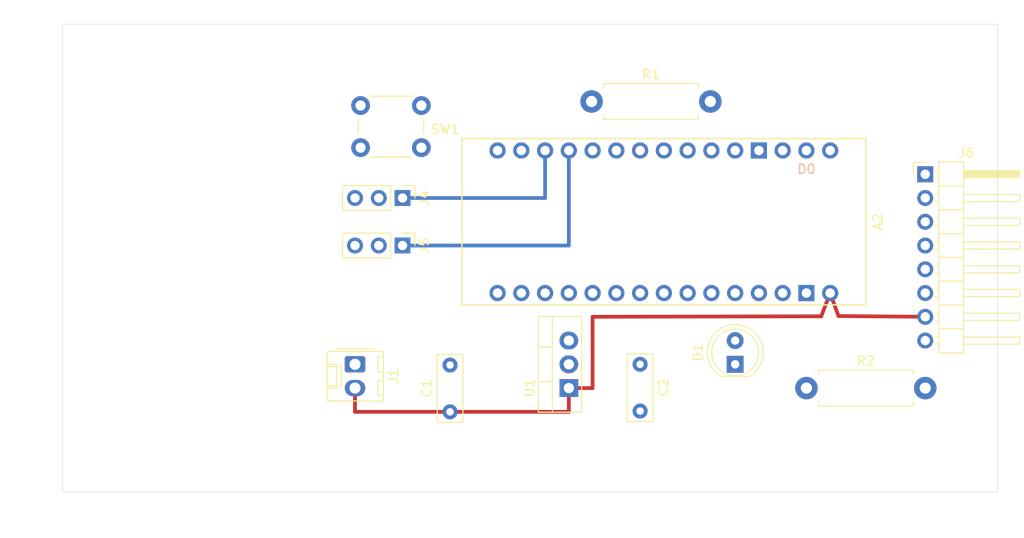
<source format=kicad_pcb>
(kicad_pcb (version 20241229) (generator "pcbnew") (generator_version "9.0")
  (layers (0 "F.Cu" signal) (4 "In1.Cu" signal) (6 "In2.Cu" signal) (8 "In3.Cu" signal) (10 "In4.Cu" signal) (12 "In5.Cu" signal) (14 "In6.Cu" signal) (16 "In7.Cu" signal) (18 "In8.Cu" signal) (20 "In9.Cu" signal) (22 "In10.Cu" signal) (2 "B.Cu" signal) (13 "F.Paste" user) (15 "B.Paste" user) (5 "F.SilkS" user "F.Silkscreen") (7 "B.SilkS" user "B.Silkscreen") (1 "F.Mask" user) (3 "B.Mask" user) (25 "Edge.Cuts" user))
  (net 0 "")
  (net 3 "/Sensor5")
  (net 4 "/PWM_IZQ")
  (net 8 "/Boton_encendido")
  (net 10 "/Sensor2")
  (net 11 "/Sensor6")
  (net 14 "GND")
  (net 18 "/Sensor3")
  (net 20 "Net-(D1-A)")
  (net 22 "/PWM_DER")
  (net 23 "/Sensor4")
  (net 24 "+5V")
  (net 25 "/Sensor1")
  (net 28 "VCC")
  (net 30 "/Salida Regulador")
  (net 31 "Net-(D1-K)")
  (footprint "Connector_Molex:Molex_KK-254_AE-6410-02A_1x02_P2.54mm_Vertical" (layer "F.Cu") (at 81.28 86.36 -90)
    (property "Reference" "J1" (at 1.27 -4.12 90) (layer "F.SilkS"))
    (property "Value" "Battery")
    (fp_line (start -1.38 2.99) (end 3.92 2.99) (stroke (width 0.12)) (layer "F.SilkS"))
    (fp_line (start 0 2.99) (end 0 1.99) (stroke (width 0.12)) (layer "F.SilkS"))
    (fp_line (start 0.25 2.99) (end 0.25 1.99) (stroke (width 0.12)) (layer "F.SilkS"))
    (fp_line (start 2.29 2.99) (end 2.29 1.99) (stroke (width 0.12)) (layer "F.SilkS"))
    (fp_line (start 3.92 2.99) (end 3.92 -3.03) (stroke (width 0.12)) (layer "F.SilkS"))
    (fp_line (start 0 1.99) (end 2.54 1.99) (stroke (width 0.12)) (layer "F.SilkS"))
    (fp_line (start 0 1.99) (end 0.25 1.46) (stroke (width 0.12)) (layer "F.SilkS"))
    (fp_line (start 2.54 1.99) (end 2.54 2.99) (stroke (width 0.12)) (layer "F.SilkS"))
    (fp_line (start 0.25 1.46) (end 2.29 1.46) (stroke (width 0.12)) (layer "F.SilkS"))
    (fp_line (start 2.29 1.46) (end 2.54 1.99) (stroke (width 0.12)) (layer "F.SilkS"))
    (fp_line (start -1.67 -2) (end -1.67 2) (stroke (width 0.12)) (layer "F.SilkS"))
    (fp_line (start -0.8 -2.43) (end 0.8 -2.43) (stroke (width 0.12)) (layer "F.SilkS"))
    (fp_line (start 0.8 -2.43) (end 0.8 -3.03) (stroke (width 0.12)) (layer "F.SilkS"))
    (fp_line (start 1.74 -2.43) (end 3.34 -2.43) (stroke (width 0.12)) (layer "F.SilkS"))
    (fp_line (start 3.34 -2.43) (end 3.34 -3.03) (stroke (width 0.12)) (layer "F.SilkS"))
    (fp_line (start -1.38 -3.03) (end -1.38 2.99) (stroke (width 0.12)) (layer "F.SilkS"))
    (fp_line (start -0.8 -3.03) (end -0.8 -2.43) (stroke (width 0.12)) (layer "F.SilkS"))
    (fp_line (start 1.74 -3.03) (end 1.74 -2.43) (stroke (width 0.12)) (layer "F.SilkS"))
    (fp_line (start 3.92 -3.03) (end -1.38 -3.03) (stroke (width 0.12)) (layer "F.SilkS"))
    (pad "1" thru_hole roundrect (at 0 0 270) (size 1.74 2.19) (drill 1.19) (layers "*.Cu" "*.Mask") (roundrect_rratio 0.143678) (net 14 "GND"))
    (pad "2" thru_hole oval (at 2.54 0 270) (size 1.74 2.19) (drill 1.19) (layers "*.Cu" "*.Mask") (net 28 "VCC"))
  )
  (footprint "Connector_PinHeader_2.54mm:PinHeader_1x03_P2.54mm_Vertical" (layer "F.Cu") (at 86.36 68.58 -90)
    (property "Reference" "J4" (at 0 -2.33 90) (layer "F.SilkS"))
    (property "Value" "Motor Izquierdo")
    (fp_line (start -1.33 6.41) (end 1.33 6.41) (stroke (width 0.12)) (layer "F.SilkS"))
    (fp_line (start -1.33 1.27) (end -1.33 6.41) (stroke (width 0.12)) (layer "F.SilkS"))
    (fp_line (start -1.33 1.27) (end 1.33 1.27) (stroke (width 0.12)) (layer "F.SilkS"))
    (fp_line (start 1.33 1.27) (end 1.33 6.41) (stroke (width 0.12)) (layer "F.SilkS"))
    (fp_line (start -1.33 0) (end -1.33 -1.33) (stroke (width 0.12)) (layer "F.SilkS"))
    (fp_line (start -1.33 -1.33) (end 0 -1.33) (stroke (width 0.12)) (layer "F.SilkS"))
    (pad "1" thru_hole rect (at 0 0 270) (size 1.7 1.7) (drill 1) (layers "*.Cu" "*.Mask") (net 4 "/PWM_IZQ"))
    (pad "2" thru_hole oval (at 0 2.54 270) (size 1.7 1.7) (drill 1) (layers "*.Cu" "*.Mask") (net 30 "/Salida Regulador"))
    (pad "3" thru_hole oval (at 0 5.08 270) (size 1.7 1.7) (drill 1) (layers "*.Cu" "*.Mask") (net 14 "GND"))
  )
  (footprint "PCM_arduino-library:Arduino_Nano_Socket" (layer "F.Cu") (at 92.71 71.12 -90)
    (property "Reference" "A2" (at 0 -44.45 90) (layer "F.SilkS"))
    (property "Value" "Arduino_Nano_Socket")
    (fp_line (start -8.89 0) (end 8.89 0) (stroke (width 0.15)) (layer "F.SilkS"))
    (fp_line (start -8.89 -43.18) (end -8.89 0) (stroke (width 0.15)) (layer "F.SilkS"))
    (fp_line (start -8.89 -43.18) (end 8.89 -43.18) (stroke (width 0.15)) (layer "F.SilkS"))
    (fp_line (start 8.89 -43.18) (end 8.89 0) (stroke (width 0.15)) (layer "F.SilkS"))
    (fp_text user "D0" (at -5.715 -36.83 180) (layer "F.SilkS"))
    (fp_text user "D0" (at -5.715 -36.83 180) (layer "B.SilkS") (effects (justify mirror)))
    (pad "" np_thru_hole circle (at -7.62 -41.91 270) (size 1.8 1.8) (drill 1.8) (layers "F&B.Cu" "*.Mask"))
    (pad "" np_thru_hole circle (at -7.62 -1.27 270) (size 1.8 1.8) (drill 1.8) (layers "F&B.Cu" "*.Mask"))
    (pad "" np_thru_hole circle (at 7.62 -41.91 270) (size 1.8 1.8) (drill 1.8) (layers "F&B.Cu" "*.Mask"))
    (pad "" np_thru_hole circle (at 7.62 -1.27 270) (size 1.8 1.8) (drill 1.8) (layers "F&B.Cu" "*.Mask"))
    (pad "3V3" thru_hole circle (at 7.62 -6.35 270) (size 1.7272 1.7272) (drill 1.016) (layers "*.Cu" "*.Mask"))
    (pad "5V" thru_hole circle (at 7.62 -31.75 270) (size 1.7272 1.7272) (drill 1.016) (layers "*.Cu" "*.Mask") (net 24 "+5V"))
    (pad "A0" thru_hole circle (at 7.62 -11.43 270) (size 1.7272 1.7272) (drill 1.016) (layers "*.Cu" "*.Mask"))
    (pad "A1" thru_hole circle (at 7.62 -13.97 270) (size 1.7272 1.7272) (drill 1.016) (layers "*.Cu" "*.Mask"))
    (pad "A2" thru_hole circle (at 7.62 -16.51 270) (size 1.7272 1.7272) (drill 1.016) (layers "*.Cu" "*.Mask"))
    (pad "A3" thru_hole circle (at 7.62 -19.05 270) (size 1.7272 1.7272) (drill 1.016) (layers "*.Cu" "*.Mask"))
    (pad "A4" thru_hole circle (at 7.62 -21.59 270) (size 1.7272 1.7272) (drill 1.016) (layers "*.Cu" "*.Mask"))
    (pad "A5" thru_hole circle (at 7.62 -24.13 270) (size 1.7272 1.7272) (drill 1.016) (layers "*.Cu" "*.Mask"))
    (pad "A6" thru_hole circle (at 7.62 -26.67 270) (size 1.7272 1.7272) (drill 1.016) (layers "*.Cu" "*.Mask"))
    (pad "A7" thru_hole circle (at 7.62 -29.21 270) (size 1.7272 1.7272) (drill 1.016) (layers "*.Cu" "*.Mask") (net 20 "Net-(D1-A)"))
    (pad "AREF" thru_hole circle (at 7.62 -8.89 270) (size 1.7272 1.7272) (drill 1.016) (layers "*.Cu" "*.Mask"))
    (pad "D0" thru_hole circle (at -7.62 -36.83 270) (size 1.7272 1.7272) (drill 1.016) (layers "*.Cu" "*.Mask"))
    (pad "D1" thru_hole circle (at -7.62 -39.37 270) (size 1.7272 1.7272) (drill 1.016) (layers "*.Cu" "*.Mask"))
    (pad "D2" thru_hole circle (at -7.62 -29.21 270) (size 1.7272 1.7272) (drill 1.016) (layers "*.Cu" "*.Mask") (net 11 "/Sensor6"))
    (pad "D3" thru_hole circle (at -7.62 -26.67 270) (size 1.7272 1.7272) (drill 1.016) (layers "*.Cu" "*.Mask") (net 3 "/Sensor5"))
    (pad "D4" thru_hole circle (at -7.62 -24.13 270) (size 1.7272 1.7272) (drill 1.016) (layers "*.Cu" "*.Mask") (net 23 "/Sensor4"))
    (pad "D5" thru_hole circle (at -7.62 -21.59 270) (size 1.7272 1.7272) (drill 1.016) (layers "*.Cu" "*.Mask") (net 18 "/Sensor3"))
    (pad "D6" thru_hole circle (at -7.62 -19.05 270) (size 1.7272 1.7272) (drill 1.016) (layers "*.Cu" "*.Mask") (net 10 "/Sensor2"))
    (pad "D7" thru_hole circle (at -7.62 -16.51 270) (size 1.7272 1.7272) (drill 1.016) (layers "*.Cu" "*.Mask") (net 25 "/Sensor1"))
    (pad "D8" thru_hole circle (at -7.62 -13.97 270) (size 1.7272 1.7272) (drill 1.016) (layers "*.Cu" "*.Mask") (net 8 "/Boton_encendido"))
    (pad "D9" thru_hole circle (at -7.62 -11.43 270) (size 1.7272 1.7272) (drill 1.016) (layers "*.Cu" "*.Mask") (net 22 "/PWM_DER"))
    (pad "D10" thru_hole circle (at -7.62 -8.89 270) (size 1.7272 1.7272) (drill 1.016) (layers "*.Cu" "*.Mask") (net 4 "/PWM_IZQ"))
    (pad "D11" thru_hole circle (at -7.62 -6.35 270) (size 1.7272 1.7272) (drill 1.016) (layers "*.Cu" "*.Mask"))
    (pad "D12" thru_hole circle (at -7.62 -3.81 270) (size 1.7272 1.7272) (drill 1.016) (layers "*.Cu" "*.Mask"))
    (pad "D13" thru_hole circle (at 7.62 -3.81 270) (size 1.7272 1.7272) (drill 1.016) (layers "*.Cu" "*.Mask"))
    (pad "GND1" thru_hole rect (at -7.62 -31.75 270) (size 1.7272 1.7272) (drill 1.016) (layers "*.Cu" "*.Mask") (net 14 "GND"))
    (pad "GND2" thru_hole rect (at 7.62 -36.83 270) (size 1.7272 1.7272) (drill 1.016) (layers "*.Cu" "*.Mask") (net 14 "GND"))
    (pad "RST1" thru_hole circle (at -7.62 -34.29 270) (size 1.7272 1.7272) (drill 1.016) (layers "*.Cu" "*.Mask"))
    (pad "RST2" thru_hole circle (at 7.62 -34.29 270) (size 1.7272 1.7272) (drill 1.016) (layers "*.Cu" "*.Mask"))
    (pad "VIN" thru_hole circle (at 7.62 -39.37 270) (size 1.7272 1.7272) (drill 1.016) (layers "*.Cu" "*.Mask") (net 28 "VCC"))
  )
  (footprint "LED_THT:LED_D5.0mm" (layer "F.Cu") (at 121.92 86.36 90)
    (property "Reference" "D1" (at 1.27 -3.96 90) (layer "F.SilkS"))
    (property "Value" "LED")
    (fp_line (start -1.29 -1.545) (end -1.29 1.545) (stroke (width 0.12)) (layer "F.SilkS"))
    (fp_arc (start -1.29 -1.54483) (mid 2.072002 -2.880433) (end 4.26 0.000462) (stroke (width 0.12)) (layer "F.SilkS"))
    (fp_arc (start 4.26 -0.000462) (mid 2.072002 2.880433) (end -1.29 1.54483) (stroke (width 0.12)) (layer "F.SilkS"))
    (fp_circle (center 1.27 0) (end 3.77 0) (stroke (width 0.12)) (fill no) (layer "F.SilkS"))
    (pad "1" thru_hole rect (at 0 0 90) (size 1.8 1.8) (drill 0.9) (layers "*.Cu" "*.Mask") (net 31 "Net-(D1-K)"))
    (pad "2" thru_hole circle (at 2.54 0 90) (size 1.8 1.8) (drill 0.9) (layers "*.Cu" "*.Mask") (net 20 "Net-(D1-A)"))
  )
  (footprint "Connector_PinHeader_2.54mm:PinHeader_1x03_P2.54mm_Vertical" (layer "F.Cu") (at 86.36 73.66 -90)
    (property "Reference" "J5" (at 0 -2.33 90) (layer "F.SilkS"))
    (property "Value" "Motor Derecho")
    (fp_line (start -1.33 6.41) (end 1.33 6.41) (stroke (width 0.12)) (layer "F.SilkS"))
    (fp_line (start -1.33 1.27) (end -1.33 6.41) (stroke (width 0.12)) (layer "F.SilkS"))
    (fp_line (start -1.33 1.27) (end 1.33 1.27) (stroke (width 0.12)) (layer "F.SilkS"))
    (fp_line (start 1.33 1.27) (end 1.33 6.41) (stroke (width 0.12)) (layer "F.SilkS"))
    (fp_line (start -1.33 0) (end -1.33 -1.33) (stroke (width 0.12)) (layer "F.SilkS"))
    (fp_line (start -1.33 -1.33) (end 0 -1.33) (stroke (width 0.12)) (layer "F.SilkS"))
    (pad "1" thru_hole rect (at 0 0 270) (size 1.7 1.7) (drill 1) (layers "*.Cu" "*.Mask") (net 22 "/PWM_DER"))
    (pad "2" thru_hole oval (at 0 2.54 270) (size 1.7 1.7) (drill 1) (layers "*.Cu" "*.Mask") (net 30 "/Salida Regulador"))
    (pad "3" thru_hole oval (at 0 5.08 270) (size 1.7 1.7) (drill 1) (layers "*.Cu" "*.Mask") (net 14 "GND"))
  )
  (footprint "Capacitor_THT:C_Disc_D7.0mm_W2.5mm_P5.00mm" (layer "F.Cu") (at 91.44 91.44 90)
    (property "Reference" "C1" (at 2.5 -2.5 90) (layer "F.SilkS"))
    (property "Value" "1u")
    (fp_line (start 6.12 -1.37) (end 6.12 1.37) (stroke (width 0.12)) (layer "F.SilkS"))
    (fp_line (start -1.12 -1.37) (end 6.12 -1.37) (stroke (width 0.12)) (layer "F.SilkS"))
    (fp_line (start -1.12 -1.37) (end -1.12 1.37) (stroke (width 0.12)) (layer "F.SilkS"))
    (fp_line (start -1.12 1.37) (end 6.12 1.37) (stroke (width 0.12)) (layer "F.SilkS"))
    (pad "1" thru_hole circle (at 0 0 90) (size 1.6 1.6) (drill 0.8) (layers "*.Cu" "*.Mask") (net 28 "VCC"))
    (pad "2" thru_hole circle (at 5 0 90) (size 1.6 1.6) (drill 0.8) (layers "*.Cu" "*.Mask") (net 14 "GND"))
  )
  (footprint "Connector_PinHeader_2.54mm:PinHeader_1x08_P2.54mm_Horizontal" (layer "F.Cu") (at 142.24 66.04)
    (property "Reference" "J6" (at 4.385 -2.27 0) (layer "F.SilkS"))
    (property "Value" "puerto sensores")
    (fp_line (start -1.27 -1.27) (end 0 -1.27) (stroke (width 0.12)) (layer "F.SilkS"))
    (fp_line (start -1.27 0) (end -1.27 -1.27) (stroke (width 0.12)) (layer "F.SilkS"))
    (fp_line (start 1.042929 2.16) (end 1.44 2.16) (stroke (width 0.12)) (layer "F.SilkS"))
    (fp_line (start 1.042929 2.92) (end 1.44 2.92) (stroke (width 0.12)) (layer "F.SilkS"))
    (fp_line (start 1.042929 4.7) (end 1.44 4.7) (stroke (width 0.12)) (layer "F.SilkS"))
    (fp_line (start 1.042929 5.46) (end 1.44 5.46) (stroke (width 0.12)) (layer "F.SilkS"))
    (fp_line (start 1.042929 7.24) (end 1.44 7.24) (stroke (width 0.12)) (layer "F.SilkS"))
    (fp_line (start 1.042929 8) (end 1.44 8) (stroke (width 0.12)) (layer "F.SilkS"))
    (fp_line (start 1.042929 9.78) (end 1.44 9.78) (stroke (width 0.12)) (layer "F.SilkS"))
    (fp_line (start 1.042929 10.54) (end 1.44 10.54) (stroke (width 0.12)) (layer "F.SilkS"))
    (fp_line (start 1.042929 12.32) (end 1.44 12.32) (stroke (width 0.12)) (layer "F.SilkS"))
    (fp_line (start 1.042929 13.08) (end 1.44 13.08) (stroke (width 0.12)) (layer "F.SilkS"))
    (fp_line (start 1.042929 14.86) (end 1.44 14.86) (stroke (width 0.12)) (layer "F.SilkS"))
    (fp_line (start 1.042929 15.62) (end 1.44 15.62) (stroke (width 0.12)) (layer "F.SilkS"))
    (fp_line (start 1.042929 17.4) (end 1.44 17.4) (stroke (width 0.12)) (layer "F.SilkS"))
    (fp_line (start 1.042929 18.16) (end 1.44 18.16) (stroke (width 0.12)) (layer "F.SilkS"))
    (fp_line (start 1.11 -0.38) (end 1.44 -0.38) (stroke (width 0.12)) (layer "F.SilkS"))
    (fp_line (start 1.11 0.38) (end 1.44 0.38) (stroke (width 0.12)) (layer "F.SilkS"))
    (fp_line (start 1.44 -1.33) (end 1.44 19.11) (stroke (width 0.12)) (layer "F.SilkS"))
    (fp_line (start 1.44 1.27) (end 4.1 1.27) (stroke (width 0.12)) (layer "F.SilkS"))
    (fp_line (start 1.44 3.81) (end 4.1 3.81) (stroke (width 0.12)) (layer "F.SilkS"))
    (fp_line (start 1.44 6.35) (end 4.1 6.35) (stroke (width 0.12)) (layer "F.SilkS"))
    (fp_line (start 1.44 8.89) (end 4.1 8.89) (stroke (width 0.12)) (layer "F.SilkS"))
    (fp_line (start 1.44 11.43) (end 4.1 11.43) (stroke (width 0.12)) (layer "F.SilkS"))
    (fp_line (start 1.44 13.97) (end 4.1 13.97) (stroke (width 0.12)) (layer "F.SilkS"))
    (fp_line (start 1.44 16.51) (end 4.1 16.51) (stroke (width 0.12)) (layer "F.SilkS"))
    (fp_line (start 1.44 19.11) (end 4.1 19.11) (stroke (width 0.12)) (layer "F.SilkS"))
    (fp_line (start 4.1 -1.33) (end 1.44 -1.33) (stroke (width 0.12)) (layer "F.SilkS"))
    (fp_line (start 4.1 -0.38) (end 10.1 -0.38) (stroke (width 0.12)) (layer "F.SilkS"))
    (fp_line (start 4.1 -0.32) (end 10.1 -0.32) (stroke (width 0.12)) (layer "F.SilkS"))
    (fp_line (start 4.1 -0.2) (end 10.1 -0.2) (stroke (width 0.12)) (layer "F.SilkS"))
    (fp_line (start 4.1 -0.08) (end 10.1 -0.08) (stroke (width 0.12)) (layer "F.SilkS"))
    (fp_line (start 4.1 0.04) (end 10.1 0.04) (stroke (width 0.12)) (layer "F.SilkS"))
    (fp_line (start 4.1 0.16) (end 10.1 0.16) (stroke (width 0.12)) (layer "F.SilkS"))
    (fp_line (start 4.1 0.28) (end 10.1 0.28) (stroke (width 0.12)) (layer "F.SilkS"))
    (fp_line (start 4.1 2.16) (end 10.1 2.16) (stroke (width 0.12)) (layer "F.SilkS"))
    (fp_line (start 4.1 4.7) (end 10.1 4.7) (stroke (width 0.12)) (layer "F.SilkS"))
    (fp_line (start 4.1 7.24) (end 10.1 7.24) (stroke (width 0.12)) (layer "F.SilkS"))
    (fp_line (start 4.1 9.78) (end 10.1 9.78) (stroke (width 0.12)) (layer "F.SilkS"))
    (fp_line (start 4.1 12.32) (end 10.1 12.32) (stroke (width 0.12)) (layer "F.SilkS"))
    (fp_line (start 4.1 14.86) (end 10.1 14.86) (stroke (width 0.12)) (layer "F.SilkS"))
    (fp_line (start 4.1 17.4) (end 10.1 17.4) (stroke (width 0.12)) (layer "F.SilkS"))
    (fp_line (start 4.1 19.11) (end 4.1 -1.33) (stroke (width 0.12)) (layer "F.SilkS"))
    (fp_line (start 10.1 -0.38) (end 10.1 0.38) (stroke (width 0.12)) (layer "F.SilkS"))
    (fp_line (start 10.1 0.38) (end 4.1 0.38) (stroke (width 0.12)) (layer "F.SilkS"))
    (fp_line (start 10.1 2.16) (end 10.1 2.92) (stroke (width 0.12)) (layer "F.SilkS"))
    (fp_line (start 10.1 2.92) (end 4.1 2.92) (stroke (width 0.12)) (layer "F.SilkS"))
    (fp_line (start 10.1 4.7) (end 10.1 5.46) (stroke (width 0.12)) (layer "F.SilkS"))
    (fp_line (start 10.1 5.46) (end 4.1 5.46) (stroke (width 0.12)) (layer "F.SilkS"))
    (fp_line (start 10.1 7.24) (end 10.1 8) (stroke (width 0.12)) (layer "F.SilkS"))
    (fp_line (start 10.1 8) (end 4.1 8) (stroke (width 0.12)) (layer "F.SilkS"))
    (fp_line (start 10.1 9.78) (end 10.1 10.54) (stroke (width 0.12)) (layer "F.SilkS"))
    (fp_line (start 10.1 10.54) (end 4.1 10.54) (stroke (width 0.12)) (layer "F.SilkS"))
    (fp_line (start 10.1 12.32) (end 10.1 13.08) (stroke (width 0.12)) (layer "F.SilkS"))
    (fp_line (start 10.1 13.08) (end 4.1 13.08) (stroke (width 0.12)) (layer "F.SilkS"))
    (fp_line (start 10.1 14.86) (end 10.1 15.62) (stroke (width 0.12)) (layer "F.SilkS"))
    (fp_line (start 10.1 15.62) (end 4.1 15.62) (stroke (width 0.12)) (layer "F.SilkS"))
    (fp_line (start 10.1 17.4) (end 10.1 18.16) (stroke (width 0.12)) (layer "F.SilkS"))
    (fp_line (start 10.1 18.16) (end 4.1 18.16) (stroke (width 0.12)) (layer "F.SilkS"))
    (pad "1" thru_hole rect (at 0 0) (size 1.7 1.7) (drill 1) (layers "*.Cu" "*.Mask") (net 11 "/Sensor6"))
    (pad "2" thru_hole oval (at 0 2.54) (size 1.7 1.7) (drill 1) (layers "*.Cu" "*.Mask") (net 3 "/Sensor5"))
    (pad "3" thru_hole oval (at 0 5.08) (size 1.7 1.7) (drill 1) (layers "*.Cu" "*.Mask") (net 23 "/Sensor4"))
    (pad "4" thru_hole oval (at 0 7.62) (size 1.7 1.7) (drill 1) (layers "*.Cu" "*.Mask") (net 18 "/Sensor3"))
    (pad "5" thru_hole oval (at 0 10.16) (size 1.7 1.7) (drill 1) (layers "*.Cu" "*.Mask") (net 10 "/Sensor2"))
    (pad "6" thru_hole oval (at 0 12.7) (size 1.7 1.7) (drill 1) (layers "*.Cu" "*.Mask") (net 25 "/Sensor1"))
    (pad "7" thru_hole oval (at 0 15.24) (size 1.7 1.7) (drill 1) (layers "*.Cu" "*.Mask") (net 28 "VCC"))
    (pad "8" thru_hole oval (at 0 17.78) (size 1.7 1.7) (drill 1) (layers "*.Cu" "*.Mask") (net 14 "GND"))
  )
  (footprint "Resistor_THT:R_Axial_DIN0411_L9.9mm_D3.6mm_P12.70mm_Horizontal" (layer "F.Cu") (at 129.54 88.902509)
    (property "Reference" "R2" (at 6.35 -2.92 0) (layer "F.SilkS"))
    (property "Value" "330")
    (fp_line (start 1.28 -1.92) (end 11.42 -1.92) (stroke (width 0.12)) (layer "F.SilkS"))
    (fp_line (start 1.28 -1.44) (end 1.28 -1.92) (stroke (width 0.12)) (layer "F.SilkS"))
    (fp_line (start 1.28 1.44) (end 1.28 1.92) (stroke (width 0.12)) (layer "F.SilkS"))
    (fp_line (start 1.28 1.92) (end 11.42 1.92) (stroke (width 0.12)) (layer "F.SilkS"))
    (fp_line (start 11.42 -1.92) (end 11.42 -1.44) (stroke (width 0.12)) (layer "F.SilkS"))
    (fp_line (start 11.42 1.92) (end 11.42 1.44) (stroke (width 0.12)) (layer "F.SilkS"))
    (pad "1" thru_hole circle (at 0 0) (size 2.4 2.4) (drill 1.2) (layers "*.Cu" "*.Mask") (net 31 "Net-(D1-K)"))
    (pad "2" thru_hole oval (at 12.7 0) (size 2.4 2.4) (drill 1.2) (layers "*.Cu" "*.Mask") (net 14 "GND"))
  )
  (footprint "Resistor_THT:R_Axial_DIN0411_L9.9mm_D3.6mm_P12.70mm_Horizontal" (layer "F.Cu") (at 106.569289 58.262866)
    (property "Reference" "R1" (at 6.35 -2.92 0) (layer "F.SilkS"))
    (property "Value" "1k")
    (fp_line (start 1.28 -1.92) (end 11.42 -1.92) (stroke (width 0.12)) (layer "F.SilkS"))
    (fp_line (start 1.28 -1.44) (end 1.28 -1.92) (stroke (width 0.12)) (layer "F.SilkS"))
    (fp_line (start 1.28 1.44) (end 1.28 1.92) (stroke (width 0.12)) (layer "F.SilkS"))
    (fp_line (start 1.28 1.92) (end 11.42 1.92) (stroke (width 0.12)) (layer "F.SilkS"))
    (fp_line (start 11.42 -1.92) (end 11.42 -1.44) (stroke (width 0.12)) (layer "F.SilkS"))
    (fp_line (start 11.42 1.92) (end 11.42 1.44) (stroke (width 0.12)) (layer "F.SilkS"))
    (pad "1" thru_hole circle (at 0 0) (size 2.4 2.4) (drill 1.2) (layers "*.Cu" "*.Mask") (net 8 "/Boton_encendido"))
    (pad "2" thru_hole oval (at 12.7 0) (size 2.4 2.4) (drill 1.2) (layers "*.Cu" "*.Mask") (net 14 "GND"))
  )
  (footprint "Capacitor_THT:C_Disc_D7.0mm_W2.5mm_P5.00mm" (layer "F.Cu") (at 111.76 86.36 -90)
    (property "Reference" "C2" (at 2.5 -2.5 90) (layer "F.SilkS"))
    (property "Value" "1u")
    (fp_line (start -1.12 1.37) (end 6.12 1.37) (stroke (width 0.12)) (layer "F.SilkS"))
    (fp_line (start -1.12 -1.37) (end -1.12 1.37) (stroke (width 0.12)) (layer "F.SilkS"))
    (fp_line (start -1.12 -1.37) (end 6.12 -1.37) (stroke (width 0.12)) (layer "F.SilkS"))
    (fp_line (start 6.12 -1.37) (end 6.12 1.37) (stroke (width 0.12)) (layer "F.SilkS"))
    (pad "1" thru_hole circle (at 0 0 270) (size 1.6 1.6) (drill 0.8) (layers "*.Cu" "*.Mask") (net 30 "/Salida Regulador"))
    (pad "2" thru_hole circle (at 5 0 270) (size 1.6 1.6) (drill 0.8) (layers "*.Cu" "*.Mask") (net 14 "GND"))
  )
  (footprint "Package_TO_SOT_THT:TO-220-3_Vertical" (layer "F.Cu") (at 104.14 88.9 90)
    (property "Reference" "U1" (at -0.008264 -4.19301 90) (layer "F.SilkS"))
    (property "Value" "LM7806_TO220")
    (fp_line (start 7.66 -3.27) (end 7.66 1.371) (stroke (width 0.12)) (layer "F.SilkS"))
    (fp_line (start 4.391 -3.27) (end 4.391 -1.76) (stroke (width 0.12)) (layer "F.SilkS"))
    (fp_line (start 0.69 -3.27) (end 0.69 -1.76) (stroke (width 0.12)) (layer "F.SilkS"))
    (fp_line (start -2.58 -3.27) (end 7.66 -3.27) (stroke (width 0.12)) (layer "F.SilkS"))
    (fp_line (start -2.58 -3.27) (end -2.58 1.371) (stroke (width 0.12)) (layer "F.SilkS"))
    (fp_line (start -2.58 -1.76) (end 7.66 -1.76) (stroke (width 0.12)) (layer "F.SilkS"))
    (fp_line (start -2.58 1.371) (end 7.66 1.371) (stroke (width 0.12)) (layer "F.SilkS"))
    (pad "1" thru_hole rect (at 0 0 90) (size 1.905 2) (drill 1.1) (layers "*.Cu" "*.Mask") (net 28 "VCC"))
    (pad "2" thru_hole oval (at 2.54 0 90) (size 1.905 2) (drill 1.1) (layers "*.Cu" "*.Mask") (net 14 "GND"))
    (pad "3" thru_hole oval (at 5.08 0 90) (size 1.905 2) (drill 1.1) (layers "*.Cu" "*.Mask") (net 30 "/Salida Regulador"))
  )
  (footprint "Button_Switch_THT:SW_PUSH_6mm" (layer "F.Cu") (at 88.373887 63.195256 180)
    (property "Reference" "SW1" (at -2.54 1.96 0) (layer "F.SilkS"))
    (property "Value" "SW_Push")
    (fp_line (start 6.75 3) (end 6.75 1.5) (stroke (width 0.12)) (layer "F.SilkS"))
    (fp_line (start 5.5 -1) (end 1 -1) (stroke (width 0.12)) (layer "F.SilkS"))
    (fp_line (start 1 5.5) (end 5.5 5.5) (stroke (width 0.12)) (layer "F.SilkS"))
    (fp_line (start -0.25 1.5) (end -0.25 3) (stroke (width 0.12)) (layer "F.SilkS"))
    (pad "1" thru_hole circle (at 0 0 270) (size 2 2) (drill 1.1) (layers "*.Cu" "*.Mask") (net 24 "+5V"))
    (pad "1" thru_hole circle (at 6.5 0 270) (size 2 2) (drill 1.1) (layers "*.Cu" "*.Mask") (net 24 "+5V"))
    (pad "2" thru_hole circle (at 0 4.5 270) (size 2 2) (drill 1.1) (layers "*.Cu" "*.Mask") (net 8 "/Boton_encendido"))
    (pad "2" thru_hole circle (at 6.5 4.5 270) (size 2 2) (drill 1.1) (layers "*.Cu" "*.Mask") (net 8 "/Boton_encendido"))
  )
  (gr_rect (start 50 50) (end 150 100) (stroke (width 0.05)) (fill no) (layer "Edge.Cuts"))
  (segment (start 101.6 68.58) (end 101.6 63.5) (width 0.4) (layer "B.Cu") (net 4))
  (segment (start 86.36 68.58) (end 101.6 68.58) (width 0.4) (layer "B.Cu") (net 4))
  (segment (start 86.36 73.66) (end 104.14 73.66) (width 0.4) (layer "B.Cu") (net 22))
  (segment (start 104.14 73.66) (end 104.14 63.5) (width 0.4) (layer "B.Cu") (net 22))
  (segment (start 91.44 91.44) (end 81.28 91.44) (width 0.4) (layer "F.Cu") (net 28))
  (segment (start 132.964632 81.195954) (end 142.24 81.28) (width 0.4) (layer "F.Cu") (net 28))
  (segment (start 132.08 78.74) (end 132.964632 81.195954) (width 0.4) (layer "F.Cu") (net 28))
  (segment (start 106.68 88.9) (end 106.68 81.28) (width 0.4) (layer "F.Cu") (net 28))
  (segment (start 104.14 88.9) (end 106.68 88.9) (width 0.4) (layer "F.Cu") (net 28))
  (segment (start 81.28 91.44) (end 81.28 88.9) (width 0.4) (layer "F.Cu") (net 28))
  (segment (start 104.14 91.44) (end 91.44 91.44) (width 0.4) (layer "F.Cu") (net 28))
  (segment (start 131.121107 81.223562) (end 132.08 78.74) (width 0.4) (layer "F.Cu") (net 28))
  (segment (start 104.14 91.44) (end 104.14 88.9) (width 0.4) (layer "F.Cu") (net 28))
  (segment (start 106.68 81.28) (end 131.121107 81.223562) (width 0.4) (layer "F.Cu") (net 28))
)
</source>
